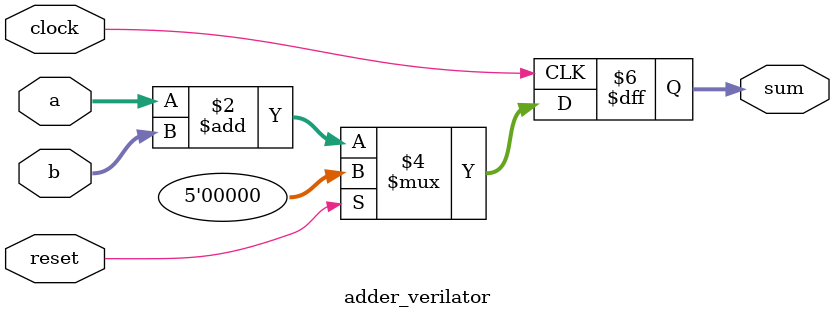
<source format=v>
module adder_verilator (
  input clock,
  input reset,
  input [3:0] a,
  input [3:0] b,
  output reg [4:0] sum
);

always@(posedge clock) begin
  if(reset) begin
    sum <= 0;
  end else begin
    sum <= a + b;
  end
end

endmodule

</source>
